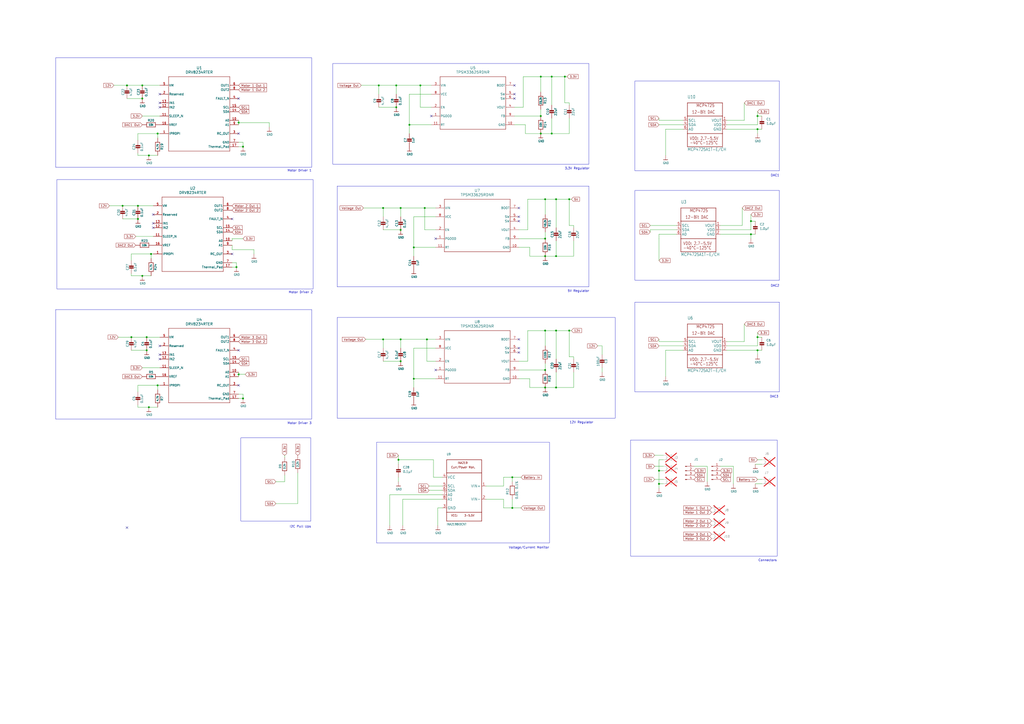
<source format=kicad_sch>
(kicad_sch (version 20250114) (generator "eeschema") (generator_version "9.0")
  (paper "A2")
  (rectangle (start 195.58 107.95) (end 341.63 166.37))
  (rectangle (start 195.58 184.15) (end 356.87 242.57))
  (rectangle (start 33.02 104.14) (end 181.61 167.64))
  (rectangle (start 32.258 33.528) (end 180.848 97.028))
  (rectangle (start 193.04 36.83) (end 341.63 95.25))
  (rectangle (start 368.3 110.49) (end 452.12 162.56))
  (rectangle (start 365.76 255.27) (end 450.85 322.58))
  (rectangle (start 139.7 254) (end 180.34 302.26))
  (rectangle (start 368.3 46.99) (end 452.12 99.06))
  (rectangle (start 368.3 175.26) (end 452.12 227.33))
  (rectangle (start 32.258 179.578) (end 180.848 243.078))
  (rectangle (start 218.44 256.54) (end 318.77 314.96))
  (text "Motor Driver 3\n\n\n" (at 173.736 247.65 0) (effects (font (size 1.27 1.27))))
  (text "Motor Driver 2\n\n" (at 174.498 170.688 0) (effects (font (size 1.27 1.27))))
  (text "I2C Pull Ups\n" (at 174.244 305.562 0) (effects (font (size 1.27 1.27))))
  (text "DAC1\n" (at 449.58 101.854 0) (effects (font (size 1.27 1.27))))
  (text "3.3V Regulator\n" (at 334.772 97.79 0) (effects (font (size 1.27 1.27))))
  (text "Motor Driver 1\n" (at 173.736 99.06 0) (effects (font (size 1.27 1.27))))
  (text "Voltage/Current Monitor\n" (at 306.832 317.754 0) (effects (font (size 1.27 1.27))))
  (text "DAC2\n\n" (at 449.58 166.878 0) (effects (font (size 1.27 1.27))))
  (text "Connectors\n" (at 445.262 325.12 0) (effects (font (size 1.27 1.27))))
  (text "5V Regulator\n" (at 335.534 168.91 0) (effects (font (size 1.27 1.27))))
  (text "12V Regulator\n" (at 337.312 245.11 0) (effects (font (size 1.27 1.27))))
  (text "DAC3\n\n" (at 449.072 231.14 0) (effects (font (size 1.27 1.27))))
  (junction (at 439.42 195.58))
  (junction (at 322.58 148.59))
  (junction (at 322.58 191.77))
  (junction (at 222.25 120.65))
  (junction (at 73.66 49.53))
  (junction (at 82.55 160.02))
  (junction (at 330.2 115.57))
  (junction (at 76.2 195.58))
  (junction (at 320.04 44.45))
  (junction (at 246.38 120.65))
  (junction (at 313.69 77.47))
  (junction (at 439.42 203.2))
  (junction (at 243.84 49.53))
  (junction (at 313.69 67.31))
  (junction (at 91.44 223.52))
  (junction (at 71.12 119.38))
  (junction (at 439.42 67.31))
  (junction (at 297.18 294.64))
  (junction (at 140.97 85.09))
  (junction (at 80.01 119.38))
  (junction (at 229.87 49.53))
  (junction (at 137.16 154.94))
  (junction (at 82.55 49.53))
  (junction (at 231.14 266.7))
  (junction (at 316.23 224.79))
  (junction (at 330.2 191.77))
  (junction (at 439.42 74.93))
  (junction (at 232.41 209.55))
  (junction (at 322.58 224.79))
  (junction (at 91.44 77.47))
  (junction (at 316.23 214.63))
  (junction (at 232.41 120.65))
  (junction (at 297.18 276.86))
  (junction (at 140.97 231.14))
  (junction (at 240.03 219.71))
  (junction (at 232.41 133.35))
  (junction (at 229.87 62.23))
  (junction (at 138.43 71.12))
  (junction (at 240.03 143.51))
  (junction (at 82.55 57.15))
  (junction (at 87.63 147.32))
  (junction (at 80.01 127))
  (junction (at 320.04 77.47))
  (junction (at 322.58 115.57))
  (junction (at 138.43 217.17))
  (junction (at 316.23 115.57))
  (junction (at 85.09 203.2))
  (junction (at 316.23 148.59))
  (junction (at 382.27 273.05))
  (junction (at 247.65 196.85))
  (junction (at 219.71 49.53))
  (junction (at 222.25 196.85))
  (junction (at 232.41 196.85))
  (junction (at 237.49 72.39))
  (junction (at 316.23 191.77))
  (junction (at 86.36 236.22))
  (junction (at 313.69 44.45))
  (junction (at 327.66 44.45))
  (junction (at 435.61 128.27))
  (junction (at 435.61 135.89))
  (junction (at 85.09 195.58))
  (junction (at 382.27 280.67))
  (junction (at 86.36 90.17))
  (junction (at 316.23 138.43))
  (no_connect (at 92.71 62.23))
  (no_connect (at 300.99 204.47))
  (no_connect (at 73.66 306.07))
  (no_connect (at 88.9 129.54))
  (no_connect (at 88.9 124.46))
  (no_connect (at 300.99 201.93))
  (no_connect (at 298.45 57.15))
  (no_connect (at 134.62 127))
  (no_connect (at 92.71 59.69))
  (no_connect (at 300.99 128.27))
  (no_connect (at 138.43 57.15))
  (no_connect (at 138.43 77.47))
  (no_connect (at 252.73 138.43))
  (no_connect (at 252.73 214.63))
  (no_connect (at 88.9 132.08))
  (no_connect (at 92.71 200.66))
  (no_connect (at 138.43 203.2))
  (no_connect (at 138.43 223.52))
  (no_connect (at 298.45 54.61))
  (no_connect (at 300.99 125.73))
  (no_connect (at 92.71 205.74))
  (no_connect (at 92.71 208.28))
  (no_connect (at 92.71 54.61))
  (no_connect (at 300.99 196.85))
  (no_connect (at 300.99 120.65))
  (no_connect (at 134.62 147.32))
  (no_connect (at 250.19 67.31))
  (no_connect (at 298.45 49.53))
  (wire (pts (xy 140.97 231.14) (xy 138.43 231.14)))
  (wire (pts (xy 251.46 266.7) (xy 231.14 266.7)) (stroke (width 0.1524)))
  (wire (pts (xy 82.55 213.36) (xy 92.71 213.36)))
  (wire (pts (xy 307.34 219.71) (xy 307.34 224.79)))
  (wire (pts (xy 80.01 236.22) (xy 86.36 236.22)))
  (wire (pts (xy 303.53 62.23) (xy 303.53 44.45)))
  (wire (pts (xy 256.54 289.56) (xy 233.68 289.56)) (stroke (width 0.1524)))
  (wire (pts (xy 386.08 203.2) (xy 386.08 218.44)) (stroke (width 0.1524)))
  (wire (pts (xy 322.58 148.59) (xy 316.23 148.59)))
  (wire (pts (xy 439.42 72.39) (xy 439.42 67.31)) (stroke (width 0.1524)))
  (wire (pts (xy 91.44 77.47) (xy 91.44 80.01)))
  (wire (pts (xy 140.97 82.55) (xy 140.97 85.09)))
  (wire (pts (xy 137.16 152.4) (xy 137.16 154.94)))
  (wire (pts (xy 237.49 72.39) (xy 237.49 77.47)))
  (wire (pts (xy 421.64 203.2) (xy 439.42 203.2)) (stroke (width 0.1524)))
  (wire (pts (xy 327.66 59.69) (xy 327.66 44.45)))
  (wire (pts (xy 76.2 160.02) (xy 82.55 160.02)))
  (wire (pts (xy 281.94 289.56) (xy 292.1 289.56)) (stroke (width 0.1524)))
  (wire (pts (xy 147.32 144.78) (xy 147.32 147.32)))
  (wire (pts (xy 421.64 198.12) (xy 431.8 198.12)) (stroke (width 0.1524)))
  (wire (pts (xy 332.74 207.01) (xy 330.2 207.01)))
  (wire (pts (xy 304.8 77.47) (xy 313.69 77.47)))
  (wire (pts (xy 292.1 276.86) (xy 297.18 276.86)) (stroke (width 0.1524)))
  (wire (pts (xy 382.27 138.43) (xy 382.27 151.13)))
  (wire (pts (xy 222.25 196.85) (xy 222.25 201.93)))
  (wire (pts (xy 382.27 198.12) (xy 396.24 198.12)) (stroke (width 0.1524)))
  (wire (pts (xy 441.96 203.2) (xy 439.42 203.2)) (stroke (width 0.1524)))
  (wire (pts (xy 302.26 276.86) (xy 297.18 276.86)) (stroke (width 0.1524)))
  (wire (pts (xy 435.61 135.89) (xy 435.61 138.43)) (stroke (width 0.1524)))
  (wire (pts (xy 421.64 200.66) (xy 439.42 200.66)) (stroke (width 0.1524)))
  (wire (pts (xy 165.1 275.59) (xy 165.1 279.4)))
  (wire (pts (xy 417.83 270.51) (xy 425.45 270.51)))
  (wire (pts (xy 332.74 215.9) (xy 332.74 224.79)))
  (wire (pts (xy 229.87 49.53) (xy 243.84 49.53)))
  (wire (pts (xy 410.21 270.51) (xy 410.21 279.4)))
  (wire (pts (xy 256.54 281.94) (xy 248.92 281.94)) (stroke (width 0.1524)))
  (wire (pts (xy 320.04 60.96) (xy 320.04 44.45)))
  (wire (pts (xy 439.42 203.2) (xy 439.42 205.74)) (stroke (width 0.1524)))
  (wire (pts (xy 92.71 223.52) (xy 91.44 223.52)))
  (wire (pts (xy 82.55 49.53) (xy 92.71 49.53)))
  (wire (pts (xy 322.58 115.57) (xy 330.2 115.57)))
  (wire (pts (xy 332.74 139.7) (xy 332.74 148.59)))
  (wire (pts (xy 332.74 130.81) (xy 330.2 130.81)))
  (wire (pts (xy 160.02 279.4) (xy 165.1 279.4)))
  (wire (pts (xy 417.83 133.35) (xy 435.61 133.35)) (stroke (width 0.1524)))
  (wire (pts (xy 254 294.64) (xy 254 304.8)) (stroke (width 0.1524)))
  (wire (pts (xy 233.68 289.56) (xy 233.68 304.8)) (stroke (width 0.1524)))
  (wire (pts (xy 252.73 209.55) (xy 247.65 209.55)))
  (wire (pts (xy 327.66 44.45) (xy 328.93 44.45)))
  (wire (pts (xy 78.74 137.16) (xy 88.9 137.16)))
  (wire (pts (xy 63.5 119.38) (xy 71.12 119.38)))
  (wire (pts (xy 320.04 68.58) (xy 320.04 77.47)))
  (wire (pts (xy 316.23 191.77) (xy 322.58 191.77)))
  (wire (pts (xy 82.55 67.31) (xy 92.71 67.31)))
  (wire (pts (xy 435.61 133.35) (xy 435.61 128.27)) (stroke (width 0.1524)))
  (wire (pts (xy 138.43 217.17) (xy 138.43 218.44)))
  (wire (pts (xy 298.45 67.31) (xy 313.69 67.31)))
  (wire (pts (xy 252.73 125.73) (xy 240.03 125.73)))
  (wire (pts (xy 396.24 74.93) (xy 386.08 74.93)) (stroke (width 0.1524)))
  (wire (pts (xy 330.2 77.47) (xy 320.04 77.47)))
  (wire (pts (xy 87.63 147.32) (xy 76.2 147.32)))
  (wire (pts (xy 297.18 294.64) (xy 302.26 294.64)) (stroke (width 0.1524)))
  (wire (pts (xy 140.97 85.09) (xy 138.43 85.09)))
  (wire (pts (xy 382.27 72.39) (xy 396.24 72.39)) (stroke (width 0.1524)))
  (wire (pts (xy 138.43 228.6) (xy 140.97 228.6)))
  (wire (pts (xy 439.42 195.58) (xy 439.42 193.04)) (stroke (width 0.1524)))
  (wire (pts (xy 73.66 57.15) (xy 82.55 57.15)))
  (wire (pts (xy 430.53 120.65) (xy 430.53 130.81)))
  (wire (pts (xy 243.84 62.23) (xy 243.84 49.53)))
  (wire (pts (xy 250.19 54.61) (xy 237.49 54.61)))
  (wire (pts (xy 232.41 196.85) (xy 247.65 196.85)))
  (wire (pts (xy 431.8 187.96) (xy 431.8 198.12)))
  (wire (pts (xy 250.19 62.23) (xy 243.84 62.23)))
  (wire (pts (xy 160.02 292.1) (xy 172.72 292.1)))
  (wire (pts (xy 313.69 67.31) (xy 313.69 63.5)))
  (wire (pts (xy 86.36 90.17) (xy 91.44 90.17)))
  (wire (pts (xy 71.12 127) (xy 80.01 127)))
  (wire (pts (xy 256.54 294.64) (xy 254 294.64)) (stroke (width 0.1524)))
  (wire (pts (xy 439.42 278.13) (xy 441.96 278.13)))
  (wire (pts (xy 240.03 201.93) (xy 240.03 219.71)))
  (wire (pts (xy 76.2 195.58) (xy 85.09 195.58)))
  (wire (pts (xy 87.63 147.32) (xy 87.63 149.86)))
  (wire (pts (xy 307.34 224.79) (xy 316.23 224.79)))
  (wire (pts (xy 138.43 71.12) (xy 156.21 71.12)))
  (wire (pts (xy 307.34 148.59) (xy 316.23 148.59)))
  (wire (pts (xy 402.59 270.51) (xy 410.21 270.51)))
  (wire (pts (xy 438.15 128.27) (xy 435.61 128.27)) (stroke (width 0.1524)))
  (wire (pts (xy 377.19 130.81) (xy 392.43 130.81)) (stroke (width 0.1524)))
  (wire (pts (xy 300.99 143.51) (xy 307.34 143.51)))
  (wire (pts (xy 417.83 135.89) (xy 435.61 135.89)) (stroke (width 0.1524)))
  (wire (pts (xy 382.27 200.66) (xy 396.24 200.66)) (stroke (width 0.1524)))
  (wire (pts (xy 330.2 68.58) (xy 330.2 77.47)))
  (wire (pts (xy 210.82 120.65) (xy 222.25 120.65)))
  (wire (pts (xy 92.71 77.47) (xy 91.44 77.47)))
  (wire (pts (xy 222.25 196.85) (xy 232.41 196.85)))
  (wire (pts (xy 240.03 219.71) (xy 252.73 219.71)))
  (wire (pts (xy 137.16 154.94) (xy 134.62 154.94)))
  (wire (pts (xy 382.27 273.05) (xy 382.27 280.67)))
  (wire (pts (xy 330.2 60.96) (xy 330.2 59.69)))
  (wire (pts (xy 246.38 133.35) (xy 246.38 120.65)))
  (wire (pts (xy 91.44 77.47) (xy 80.01 77.47)))
  (wire (pts (xy 300.99 138.43) (xy 316.23 138.43)))
  (wire (pts (xy 297.18 276.86) (xy 297.18 279.4)) (stroke (width 0.1524)))
  (wire (pts (xy 252.73 133.35) (xy 246.38 133.35)))
  (wire (pts (xy 229.87 49.53) (xy 229.87 54.61)))
  (wire (pts (xy 438.15 280.67) (xy 441.96 280.67)))
  (wire (pts (xy 382.27 280.67) (xy 384.81 280.67)))
  (wire (pts (xy 313.69 44.45) (xy 313.69 53.34)))
  (wire (pts (xy 386.08 74.93) (xy 386.08 90.17)) (stroke (width 0.1524)))
  (wire (pts (xy 330.2 115.57) (xy 331.47 115.57)))
  (wire (pts (xy 247.65 209.55) (xy 247.65 196.85)))
  (wire (pts (xy 330.2 191.77) (xy 331.47 191.77)))
  (wire (pts (xy 379.73 278.13) (xy 384.81 278.13)))
  (wire (pts (xy 138.43 217.17) (xy 138.43 215.9)))
  (wire (pts (xy 240.03 125.73) (xy 240.03 143.51)))
  (wire (pts (xy 298.45 62.23) (xy 303.53 62.23)))
  (wire (pts (xy 322.58 224.79) (xy 316.23 224.79)))
  (wire (pts (xy 382.27 69.85) (xy 396.24 69.85)) (stroke (width 0.1524)))
  (wire (pts (xy 421.64 72.39) (xy 439.42 72.39)) (stroke (width 0.1524)))
  (wire (pts (xy 237.49 54.61) (xy 237.49 72.39)))
  (wire (pts (xy 231.14 276.86) (xy 231.14 279.4)) (stroke (width 0.1524)))
  (wire (pts (xy 82.55 160.02) (xy 87.63 160.02)))
  (wire (pts (xy 439.42 200.66) (xy 439.42 195.58)) (stroke (width 0.1524)))
  (wire (pts (xy 438.15 135.89) (xy 435.61 135.89)) (stroke (width 0.1524)))
  (wire (pts (xy 134.62 144.78) (xy 147.32 144.78)))
  (wire (pts (xy 232.41 120.65) (xy 246.38 120.65)))
  (wire (pts (xy 313.69 44.45) (xy 320.04 44.45)))
  (wire (pts (xy 300.99 219.71) (xy 307.34 219.71)))
  (wire (pts (xy 421.64 74.93) (xy 439.42 74.93)) (stroke (width 0.1524)))
  (wire (pts (xy 300.99 209.55) (xy 306.07 209.55)))
  (wire (pts (xy 306.07 133.35) (xy 306.07 115.57)))
  (wire (pts (xy 297.18 294.64) (xy 297.18 289.56)) (stroke (width 0.1524)))
  (wire (pts (xy 396.24 203.2) (xy 386.08 203.2)) (stroke (width 0.1524)))
  (wire (pts (xy 219.71 49.53) (xy 229.87 49.53)))
  (wire (pts (xy 431.8 59.69) (xy 431.8 69.85)))
  (wire (pts (xy 292.1 281.94) (xy 292.1 276.86)) (stroke (width 0.1524)))
  (wire (pts (xy 435.61 128.27) (xy 435.61 124.46)) (stroke (width 0.1524)))
  (wire (pts (xy 86.36 236.22) (xy 91.44 236.22)))
  (wire (pts (xy 172.72 274.32) (xy 172.72 292.1)))
  (wire (pts (xy 300.99 214.63) (xy 316.23 214.63)))
  (wire (pts (xy 382.27 69.85) (xy 382.27 68.58)) (stroke (width 0.1524)))
  (wire (pts (xy 80.01 88.9) (xy 80.01 90.17)))
  (wire (pts (xy 441.96 195.58) (xy 439.42 195.58)) (stroke (width 0.1524)))
  (wire (pts (xy 165.1 265.43) (xy 165.1 264.16)))
  (wire (pts (xy 256.54 284.48) (xy 248.92 284.48)) (stroke (width 0.1524)))
  (wire (pts (xy 304.8 72.39) (xy 304.8 77.47)))
  (wire (pts (xy 138.43 71.12) (xy 138.43 69.85)))
  (wire (pts (xy 322.58 132.08) (xy 322.58 115.57)))
  (wire (pts (xy 382.27 135.89) (xy 382.27 138.43)) (stroke (width 0.1524)))
  (wire (pts (xy 441.96 67.31) (xy 439.42 67.31)) (stroke (width 0.1524)))
  (wire (pts (xy 71.12 119.38) (xy 80.01 119.38)))
  (wire (pts (xy 209.55 49.53) (xy 219.71 49.53)))
  (wire (pts (xy 68.58 195.58) (xy 76.2 195.58)))
  (wire (pts (xy 138.43 82.55) (xy 140.97 82.55)))
  (wire (pts (xy 382.27 266.7) (xy 382.27 273.05)))
  (wire (pts (xy 281.94 281.94) (xy 292.1 281.94)) (stroke (width 0.1524)))
  (wire (pts (xy 322.58 208.28) (xy 322.58 191.77)))
  (wire (pts (xy 320.04 44.45) (xy 327.66 44.45)))
  (wire (pts (xy 156.21 71.12) (xy 156.21 73.66)))
  (wire (pts (xy 439.42 67.31) (xy 439.42 64.77)) (stroke (width 0.1524)))
  (wire (pts (xy 222.25 209.55) (xy 232.41 209.55)))
  (wire (pts (xy 298.45 72.39) (xy 304.8 72.39)))
  (wire (pts (xy 134.62 138.43) (xy 134.62 139.7)))
  (wire (pts (xy 80.01 234.95) (xy 80.01 236.22)))
  (wire (pts (xy 421.64 69.85) (xy 431.8 69.85)) (stroke (width 0.1524)))
  (wire (pts (xy 80.01 77.47) (xy 80.01 81.28)))
  (wire (pts (xy 232.41 120.65) (xy 232.41 125.73)))
  (wire (pts (xy 384.81 266.7) (xy 382.27 266.7)))
  (wire (pts (xy 91.44 223.52) (xy 80.01 223.52)))
  (wire (pts (xy 306.07 191.77) (xy 316.23 191.77)))
  (wire (pts (xy 377.19 133.35) (xy 377.19 134.62)))
  (wire (pts (xy 306.07 115.57) (xy 316.23 115.57)))
  (wire (pts (xy 240.03 143.51) (xy 252.73 143.51)))
  (wire (pts (xy 73.66 49.53) (xy 82.55 49.53)))
  (wire (pts (xy 219.71 49.53) (xy 219.71 54.61)))
  (wire (pts (xy 80.01 119.38) (xy 88.9 119.38)))
  (wire (pts (xy 346.71 200.66) (xy 349.25 200.66)))
  (wire (pts (xy 332.74 208.28) (xy 332.74 207.01)))
  (wire (pts (xy 379.73 264.16) (xy 384.81 264.16)))
  (wire (pts (xy 212.09 196.85) (xy 222.25 196.85)))
  (wire (pts (xy 240.03 143.51) (xy 240.03 148.59)))
  (wire (pts (xy 316.23 115.57) (xy 322.58 115.57)))
  (wire (pts (xy 140.97 228.6) (xy 140.97 231.14)))
  (wire (pts (xy 237.49 72.39) (xy 250.19 72.39)))
  (wire (pts (xy 438.15 269.24) (xy 441.96 269.24)))
  (wire (pts (xy 316.23 115.57) (xy 316.23 124.46)))
  (wire (pts (xy 382.27 273.05) (xy 384.81 273.05)))
  (wire (pts (xy 425.45 270.51) (xy 425.45 280.67)))
  (wire (pts (xy 134.62 138.43) (xy 140.97 138.43)))
  (wire (pts (xy 332.74 148.59) (xy 322.58 148.59)))
  (wire (pts (xy 330.2 59.69) (xy 327.66 59.69)))
  (wire (pts (xy 91.44 223.52) (xy 91.44 226.06)))
  (wire (pts (xy 256.54 287.02) (xy 226.06 287.02)) (stroke (width 0.1524)))
  (wire (pts (xy 256.54 276.86) (xy 251.46 276.86)) (stroke (width 0.1524)))
  (wire (pts (xy 222.25 120.65) (xy 222.25 125.73)))
  (wire (pts (xy 316.23 191.77) (xy 316.23 200.66)))
  (wire (pts (xy 240.03 219.71) (xy 240.03 224.79)))
  (wire (pts (xy 76.2 203.2) (xy 85.09 203.2)))
  (wire (pts (xy 251.46 276.86) (xy 251.46 266.7)) (stroke (width 0.1524)))
  (wire (pts (xy 332.74 224.79) (xy 322.58 224.79)))
  (wire (pts (xy 138.43 217.17) (xy 142.24 217.17)))
  (wire (pts (xy 231.14 266.7) (xy 231.14 269.24)) (stroke (width 0.1524)))
  (wire (pts (xy 226.06 287.02) (xy 226.06 304.8)) (stroke (width 0.1524)))
  (wire (pts (xy 134.62 144.78) (xy 134.62 142.24)))
  (wire (pts (xy 322.58 191.77) (xy 330.2 191.77)))
  (wire (pts (xy 382.27 280.67) (xy 382.27 283.21)))
  (wire (pts (xy 232.41 196.85) (xy 232.41 201.93)))
  (wire (pts (xy 379.73 270.51) (xy 384.81 270.51)))
  (wire (pts (xy 307.34 143.51) (xy 307.34 148.59)))
  (wire (pts (xy 382.27 198.12) (xy 382.27 196.85)) (stroke (width 0.1524)))
  (wire (pts (xy 392.43 133.35) (xy 377.19 133.35)))
  (wire (pts (xy 222.25 120.65) (xy 232.41 120.65)))
  (wire (pts (xy 322.58 215.9) (xy 322.58 224.79)))
  (wire (pts (xy 80.01 223.52) (xy 80.01 227.33)))
  (wire (pts (xy 330.2 207.01) (xy 330.2 191.77)))
  (wire (pts (xy 316.23 138.43) (xy 316.23 134.62)))
  (wire (pts (xy 392.43 135.89) (xy 382.27 135.89)) (stroke (width 0.1524)))
  (wire (pts (xy 66.04 49.53) (xy 73.66 49.53)))
  (wire (pts (xy 332.74 132.08) (xy 332.74 130.81)))
  (wire (pts (xy 322.58 139.7) (xy 322.58 148.59)))
  (wire (pts (xy 247.65 196.85) (xy 252.73 196.85)))
  (wire (pts (xy 134.62 152.4) (xy 137.16 152.4)))
  (wire (pts (xy 349.25 200.66) (xy 349.25 205.74)))
  (wire (pts (xy 300.99 133.35) (xy 306.07 133.35)))
  (wire (pts (xy 246.38 120.65) (xy 252.73 120.65)))
  (wire (pts (xy 330.2 130.81) (xy 330.2 115.57)))
  (wire (pts (xy 88.9 147.32) (xy 87.63 147.32)))
  (wire (pts (xy 292.1 294.64) (xy 297.18 294.64)) (stroke (width 0.1524)))
  (wire (pts (xy 85.09 195.58) (xy 92.71 195.58)))
  (wire (pts (xy 243.84 49.53) (xy 250.19 49.53)))
  (wire (pts (xy 222.25 133.35) (xy 232.41 133.35)))
  (wire (pts (xy 292.1 289.56) (xy 292.1 294.64)) (stroke (width 0.1524)))
  (wire (pts (xy 320.04 77.47) (xy 313.69 77.47)))
  (wire (pts (xy 76.2 158.75) (xy 76.2 160.02)))
  (wire (pts (xy 306.07 209.55) (xy 306.07 191.77)))
  (wire (pts (xy 439.42 74.93) (xy 439.42 77.47)) (stroke (width 0.1524)))
  (wire (pts (xy 417.83 130.81) (xy 430.53 130.81)) (stroke (width 0.1524)))
  (wire (pts (xy 219.71 62.23) (xy 229.87 62.23)))
  (wire (pts (xy 138.43 71.12) (xy 138.43 72.39)))
  (wire (pts (xy 349.25 213.36) (xy 349.25 215.9)))
  (wire (pts (xy 303.53 44.45) (xy 313.69 44.45)))
  (wire (pts (xy 76.2 147.32) (xy 76.2 151.13)))
  (wire (pts (xy 439.42 266.7) (xy 441.96 266.7)))
  (wire (pts (xy 80.01 90.17) (xy 86.36 90.17)))
  (wire (pts (xy 441.96 74.93) (xy 439.42 74.93)) (stroke (width 0.1524)))
  (wire (pts (xy 252.73 201.93) (xy 240.03 201.93)))
  (wire (pts (xy 316.23 214.63) (xy 316.23 210.82)))
  (wire (pts (xy 231.14 264.16) (xy 231.14 266.7)) (stroke (width 0.1524)))
  (global_label "3.3V" (shape input) (at 172.72 264.16 90) (property "Intersheetrefs" "${INTERSHEET_REFS}" (effects (hide yes))))
  (global_label "Motor 1 Out 1" (shape input) (at 412.75 294.64 180) (property "Intersheetrefs" "${INTERSHEET_REFS}" (effects (hide yes))))
  (global_label "Motor 3 Out 2" (shape input) (at 138.43 198.12 0) (property "Intersheetrefs" "${INTERSHEET_REFS}" (effects (hide yes))))
  (global_label "SCL" (shape input) (at 382.27 196.85 180) (property "Intersheetrefs" "${INTERSHEET_REFS}" (effects (hide yes))))
  (global_label "SDA" (shape input) (at 417.83 275.59 0) (property "Intersheetrefs" "${INTERSHEET_REFS}" (effects (hide yes))))
  (global_label "SCL" (shape input) (at 382.27 68.58 180) (property "Intersheetrefs" "${INTERSHEET_REFS}" (effects (hide yes))))
  (global_label "SCL" (shape input) (at 134.62 132.08 0) (property "Intersheetrefs" "${INTERSHEET_REFS}" (effects (hide yes))))
  (global_label "DAC3 Out" (shape input) (at 82.55 218.44 180) (property "Intersheetrefs" "${INTERSHEET_REFS}" (effects (hide yes))))
  (global_label "SDA" (shape input) (at 138.43 64.77 0) (property "Intersheetrefs" "${INTERSHEET_REFS}" (effects (hide yes))))
  (global_label "3.3V" (shape input) (at 379.73 264.16 180) (property "Intersheetrefs" "${INTERSHEET_REFS}" (effects (hide yes))))
  (global_label "DAC3 Out" (shape input) (at 431.8 187.96 0) (property "Intersheetrefs" "${INTERSHEET_REFS}" (effects (hide yes))))
  (global_label "12V" (shape input) (at 379.73 278.13 180) (property "Intersheetrefs" "${INTERSHEET_REFS}" (effects (hide yes))))
  (global_label "SDA" (shape input) (at 402.59 275.59 0) (property "Intersheetrefs" "${INTERSHEET_REFS}" (effects (hide yes))))
  (global_label "Motor 3 Out 1" (shape input) (at 138.43 195.58 0) (property "Intersheetrefs" "${INTERSHEET_REFS}" (effects (hide yes))))
  (global_label "SDA" (shape input) (at 382.27 200.66 180) (property "Intersheetrefs" "${INTERSHEET_REFS}" (effects (hide yes))))
  (global_label "SDA" (shape input) (at 382.27 72.39 180) (property "Intersheetrefs" "${INTERSHEET_REFS}" (effects (hide yes))))
  (global_label "SDA" (shape input) (at 160.02 292.1 180) (property "Intersheetrefs" "${INTERSHEET_REFS}" (effects (hide yes))))
  (global_label "12V" (shape input) (at 63.5 119.38 180) (property "Intersheetrefs" "${INTERSHEET_REFS}" (effects (hide yes))))
  (global_label "3.3V" (shape input) (at 140.97 138.43 0) (property "Intersheetrefs" "${INTERSHEET_REFS}" (effects (hide yes))))
  (global_label "Motor 1 Out 2" (shape input) (at 412.75 297.18 180) (property "Intersheetrefs" "${INTERSHEET_REFS}" (effects (hide yes))))
  (global_label "3.3V" (shape input) (at 382.27 151.13 0) (property "Intersheetrefs" "${INTERSHEET_REFS}" (effects (hide yes))))
  (global_label "SDA" (shape input) (at 138.43 210.82 0) (property "Intersheetrefs" "${INTERSHEET_REFS}" (effects (hide yes))))
  (global_label "3.3V" (shape input) (at 78.74 137.16 180) (property "Intersheetrefs" "${INTERSHEET_REFS}" (effects (hide yes))))
  (global_label "DAC1 Out" (shape input) (at 82.55 72.39 180) (property "Intersheetrefs" "${INTERSHEET_REFS}" (effects (hide yes))))
  (global_label "Motor 1 Out 2" (shape input) (at 138.43 52.07 0) (property "Intersheetrefs" "${INTERSHEET_REFS}" (effects (hide yes))))
  (global_label "12V" (shape input) (at 66.04 49.53 180) (property "Intersheetrefs" "${INTERSHEET_REFS}" (effects (hide yes))))
  (global_label "SDA" (shape input) (at 377.19 134.62 180) (property "Intersheetrefs" "${INTERSHEET_REFS}" (effects (hide yes))))
  (global_label "5V" (shape input) (at 379.73 270.51 180) (property "Intersheetrefs" "${INTERSHEET_REFS}" (effects (hide yes))))
  (global_label "DAC1 Out" (shape input) (at 431.8 59.69 0) (property "Intersheetrefs" "${INTERSHEET_REFS}" (effects (hide yes))))
  (global_label "Motor 2 Out 1" (shape input) (at 134.62 119.38 0) (property "Intersheetrefs" "${INTERSHEET_REFS}" (effects (hide yes))))
  (global_label "SCL" (shape input) (at 138.43 62.23 0) (property "Intersheetrefs" "${INTERSHEET_REFS}" (effects (hide yes))))
  (global_label "SCL" (shape input) (at 248.92 281.94 180) (property "Intersheetrefs" "${INTERSHEET_REFS}" (effects (hide yes))))
  (global_label "SDA" (shape input) (at 134.62 134.62 0) (property "Intersheetrefs" "${INTERSHEET_REFS}" (effects (hide yes))))
  (global_label "3.3V" (shape input) (at 82.55 67.31 180) (property "Intersheetrefs" "${INTERSHEET_REFS}" (effects (hide yes))))
  (global_label "SCL" (shape input) (at 417.83 278.13 0) (property "Intersheetrefs" "${INTERSHEET_REFS}" (effects (hide yes))))
  (global_label "3.3V" (shape input) (at 82.55 213.36 180) (property "Intersheetrefs" "${INTERSHEET_REFS}" (effects (hide yes))))
  (global_label "Motor 2 Out 2" (shape input) (at 412.75 304.8 180) (property "Intersheetrefs" "${INTERSHEET_REFS}" (effects (hide yes))))
  (global_label "3.3V" (shape input) (at 231.14 264.16 180) (property "Intersheetrefs" "${INTERSHEET_REFS}" (effects (hide yes))))
  (global_label "12V" (shape input) (at 68.58 195.58 180) (property "Intersheetrefs" "${INTERSHEET_REFS}" (effects (hide yes))))
  (global_label "Motor 3 Out 1" (shape input) (at 412.75 309.88 180) (property "Intersheetrefs" "${INTERSHEET_REFS}" (effects (hide yes))))
  (global_label "SCL" (shape input) (at 402.59 278.13 0) (property "Intersheetrefs" "${INTERSHEET_REFS}" (effects (hide yes))))
  (global_label "SCL" (shape input) (at 138.43 208.28 0) (property "Intersheetrefs" "${INTERSHEET_REFS}" (effects (hide yes))))
  (global_label "5V" (shape input) (at 331.47 115.57 0) (property "Intersheetrefs" "${INTERSHEET_REFS}" (effects (hide yes))))
  (global_label "3.3V" (shape input) (at 435.61 124.46 0) (property "Intersheetrefs" "${INTERSHEET_REFS}" (effects (hide yes))))
  (global_label "3.3V" (shape input) (at 165.1 264.16 90) (property "Intersheetrefs" "${INTERSHEET_REFS}" (effects (hide yes))))
  (global_label "SDA" (shape input) (at 248.92 284.48 180) (property "Intersheetrefs" "${INTERSHEET_REFS}" (effects (hide yes))))
  (global_label "5V" (shape input) (at 439.42 266.7 180) (property "Intersheetrefs" "${INTERSHEET_REFS}" (effects (hide yes))))
  (global_label "SCL" (shape input) (at 377.19 130.81 180) (property "Intersheetrefs" "${INTERSHEET_REFS}" (effects (hide yes))))
  (global_label "Battery In" (shape input) (at 439.42 278.13 180) (property "Intersheetrefs" "${INTERSHEET_REFS}" (effects (hide yes))))
  (global_label "12V" (shape input) (at 331.47 191.77 0) (property "Intersheetrefs" "${INTERSHEET_REFS}" (effects (hide yes))))
  (global_label "3.3V" (shape input) (at 142.24 217.17 0) (property "Intersheetrefs" "${INTERSHEET_REFS}" (effects (hide yes))))
  (global_label "Voltage Out" (shape input) (at 212.09 196.85 180) (property "Intersheetrefs" "${INTERSHEET_REFS}" (effects (hide yes))))
  (global_label "DAC2 Out" (shape input) (at 430.53 120.65 0) (property "Intersheetrefs" "${INTERSHEET_REFS}" (effects (hide yes))))
  (global_label "3.3V" (shape input) (at 402.59 273.05 0) (property "Intersheetrefs" "${INTERSHEET_REFS}" (effects (hide yes))))
  (global_label "Motor 2 Out 1" (shape input) (at 412.75 302.26 180) (property "Intersheetrefs" "${INTERSHEET_REFS}" (effects (hide yes))))
  (global_label "Voltage Out" (shape input) (at 210.82 120.65 180) (property "Intersheetrefs" "${INTERSHEET_REFS}" (effects (hide yes))))
  (global_label "Battery In" (shape input) (at 302.26 276.86 0) (property "Intersheetrefs" "${INTERSHEET_REFS}" (effects (hide yes))))
  (global_label "3.3V" (shape input) (at 328.93 44.45 0) (property "Intersheetrefs" "${INTERSHEET_REFS}" (effects (hide yes))))
  (global_label "3.3V" (shape input) (at 417.83 273.05 0) (property "Intersheetrefs" "${INTERSHEET_REFS}" (effects (hide yes))))
  (global_label "Motor 1 Out 1" (shape input) (at 138.43 49.53 0) (property "Intersheetrefs" "${INTERSHEET_REFS}" (effects (hide yes))))
  (global_label "Voltage Out" (shape input) (at 302.26 294.64 0) (property "Intersheetrefs" "${INTERSHEET_REFS}" (effects (hide yes))))
  (global_label "SCL" (shape input) (at 160.02 279.4 180) (property "Intersheetrefs" "${INTERSHEET_REFS}" (effects (hide yes))))
  (global_label "Voltage Out" (shape input) (at 209.55 49.53 180) (property "Intersheetrefs" "${INTERSHEET_REFS}" (effects (hide yes))))
  (global_label "Motor 3 Out 2" (shape input) (at 412.75 312.42 180) (property "Intersheetrefs" "${INTERSHEET_REFS}" (effects (hide yes))))
  (global_label "3.3V" (shape input) (at 439.42 64.77 0) (property "Intersheetrefs" "${INTERSHEET_REFS}" (effects (hide yes))))
  (global_label "12V" (shape input) (at 346.71 200.66 180) (property "Intersheetrefs" "${INTERSHEET_REFS}" (effects (hide yes))))
  (global_label "Motor 2 Out 2" (shape input) (at 134.62 121.92 0) (property "Intersheetrefs" "${INTERSHEET_REFS}" (effects (hide yes))))
  (global_label "DAC2 Out" (shape input) (at 78.74 142.24 180) (property "Intersheetrefs" "${INTERSHEET_REFS}" (effects (hide yes))))
  (global_label "3.3V" (shape input) (at 439.42 193.04 0) (property "Intersheetrefs" "${INTERSHEET_REFS}" (effects (hide yes))))
  (symbol (lib_id "MotorDriverBreakoutLib:GND") (at 386.08 220.98 0) (unit 1)
    (property "Reference" "#U$011" (effects (hide yes)))
    (property "Value" "GND" (at 384.556 223.52 0) (effects (font (size 1.27 1.0795)) (justify left bottom)))
  )
  (symbol (lib_id "Connector:Conn_01x04_Pin") (at 412.75 273.05 0) (unit 1)
    (property "Reference" "J2" (at 418.084 266.7 0))
    (property "Value" "JST SH 4 pin" (effects (hide yes)))
    (property "Footprint" "SM04B_SRSS_TB:CONN_SM04B-SRSS-TB_JST" (effects (hide yes)))
    (property "Description" "Generic connector, single row, 01x04, script generated" (effects (hide yes)))
    (property "Vendor" "DigiKey" (effects (hide yes)))
    (property "MPN" "SM04B-SRSS-TB" (effects (hide yes)))
    (property "Manufacturer" "JST Sales America Inc." (effects (hide yes)))
    (property "VPN" "455-SM04B-SRSS-TBCT-ND" (effects (hide yes)))
  )
  (symbol (lib_id "MotorDriverBreakoutLib:DAC_MCP4725") (at 408.94 72.39 0) (unit 1)
    (property "Reference" "U10" (at 398.78 57.15 0) (effects (font (size 1.778 1.5113)) (justify left bottom)))
    (property "Value" "MCP4725A1T-E/CH" (at 398.78 87.63 0) (effects (font (size 1.778 1.5113)) (justify left bottom)))
    (property "Footprint" "MCP4725A1T_E_CH:SOT-23-6_MC_MCH" (effects (hide yes)))
    (property "Vendor" "DigiKey" (effects (hide yes)))
    (property "MPN" "MCP4725A1T-E/CH" (effects (hide yes)))
    (property "Manufacturer" "Microchip Technology" (effects (hide yes)))
    (property "VPN" "MCP4725A1T-E/CHCT-ND" (effects (hide yes)))
  )
  (symbol (lib_id "MotorDriverBreakoutLib:GND") (at 439.42 208.28 0) (unit 1)
    (property "Reference" "#U$012" (effects (hide yes)))
    (property "Value" "GND" (at 437.896 210.82 0) (effects (font (size 1.27 1.0795)) (justify left bottom)))
  )
  (symbol (lib_id "MotorDriverBreakoutLib:GND") (at 410.21 281.94 0) (unit 1)
    (property "Reference" "#U$09" (effects (hide yes)))
    (property "Value" "GND" (at 408.686 284.48 0) (effects (font (size 1.27 1.0795)) (justify left bottom)))
  )
  (symbol (lib_id "MotorDriverBreakoutLib:CAP_CERAMIC0805-NOOUTLINE") (at 76.2 156.21 0) (unit 1)
    (property "Reference" "C27" (at 73.91 154.96 90))
    (property "Value" "0.1uF" (at 78.5 154.96 90))
    (property "Footprint" "Resistor_SMD:R_0603_1608Metric" (effects (hide yes)))
    (property "Vendor" "DigiKey" (effects (hide yes)))
    (property "MPN" "C0603C104K3RACTU" (effects (hide yes)))
    (property "Manufacturer" "KEMET" (effects (hide yes)))
    (property "VPN" "399-C0603C104K3RACTUCT-ND" (effects (hide yes)))
  )
  (symbol (lib_id "MotorDriverBreakoutLib:GND") (at 237.49 87.63 0) (unit 1)
    (property "Reference" "#U$015" (effects (hide yes)))
    (property "Value" "GND" (at 235.966 90.17 0) (effects (font (size 1.27 1.0795)) (justify left bottom)))
  )
  (symbol (lib_id "MotorDriverBreakoutLib:GND") (at 86.36 92.71 0) (unit 1)
    (property "Reference" "#U$031" (effects (hide yes)))
    (property "Value" "GND" (at 84.836 95.25 0) (effects (font (size 1.27 1.0795)) (justify left bottom)))
  )
  (symbol (lib_id "MotorDriverBreakoutLib:RESISTOR_0603_NOOUT") (at 87.63 218.44 0) (unit 1)
    (property "Reference" "R5" (at 87.63 215.9 0))
    (property "Value" "10k" (at 87.63 218.44 0) (effects (font (size 1.016 1.016) (thickness 0.2032) (bold yes))))
    (property "Footprint" "Resistor_SMD:R_0603_1608Metric" (effects (hide yes)))
    (property "Vendor" "DigiKey" (effects (hide yes)))
    (property "MPN" "RC0603FR-0710KL" (effects (hide yes)))
    (property "Manufacturer" "YAGEO" (effects (hide yes)))
    (property "VPN" "311-10.0KHRCT-ND" (effects (hide yes)))
  )
  (symbol (lib_name "DRV8234RTER_1") (lib_id "MotorDriverBreakoutLib:DRV8234RTER") (at 92.71 49.53 0) (unit 1)
    (property "Reference" "U1" (at 115.57 39.37 0) (effects (font (size 1.524 1.524))))
    (property "Value" "DRV8234RTER" (at 115.57 41.91 0) (effects (font (size 1.524 1.524))))
    (property "Footprint" "DRV8234RTER:RTE0016C-IPC_A" (effects (hide yes)))
    (property "Datasheet" "https://www.ti.com/lit/gpn/drv8234" (effects (hide yes)))
    (property "Vendor" "DigiKey" (effects (hide yes)))
    (property "MPN" "DRV8234RTER" (effects (hide yes)))
    (property "Manufacturer" "Texas Instruments" (effects (hide yes)))
    (property "VPN" "296-DRV8234RTERCT-ND" (effects (hide yes)))
  )
  (symbol (lib_id "MotorDriverBreakoutLib:DAC_MCP4725") (at 408.94 200.66 0) (unit 1)
    (property "Reference" "U6" (at 398.78 185.42 0) (effects (font (size 1.778 1.5113)) (justify left bottom)))
    (property "Value" "MCP4725A2T-E/CH" (at 398.78 215.9 0) (effects (font (size 1.778 1.5113)) (justify left bottom)))
    (property "Footprint" "MCP4725A2T_E_CH:SOT-23-6_MC_MCH" (effects (hide yes)))
    (property "Manufacturer" "Microchip Technology" (effects (hide yes)))
    (property "MPN" "MCP4725A2T-E/CH" (effects (hide yes)))
    (property "Vendor" "DigiKey" (effects (hide yes)))
    (property "VPN" "MCP4725A2T-E/CHCT-ND" (effects (hide yes)))
  )
  (symbol (lib_id "MotorDriverBreakoutLib:GND") (at 232.41 135.89 0) (unit 1)
    (property "Reference" "#U$024" (effects (hide yes)))
    (property "Value" "GND" (at 230.886 138.43 0) (effects (font (size 1.27 1.0795)) (justify left bottom)))
  )
  (symbol (lib_id "Connector:Conn_01x02_Socket") (at 389.89 264.16 0) (unit 1) (dnp yes)
    (property "Reference" "J3" (at 390.906 265.43 0) (effects (justify left)))
    (property "Value" "Conn_01x02_Socket" (effects (hide yes)))
    (property "Footprint" "Connector_PinSocket_2.00mm:PinSocket_1x02_P2.00mm_Vertical" (effects (hide yes)))
    (property "Description" "Generic connector, single row, 01x02, script generated" (effects (hide yes)))
    (property "Vendor" "DigiKey" (effects (hide yes)))
  )
  (symbol (lib_id "MotorDriverBreakoutLib:CAP_CERAMIC0805-NOOUTLINE") (at 232.41 207.01 0) (mirror y) (unit 1)
    (property "Reference" "C18" (at 234.7 205.76 90))
    (property "Value" "0.1uF" (at 230.11 205.76 90))
    (property "Footprint" "Resistor_SMD:R_0603_1608Metric" (effects (hide yes)))
    (property "Datasheet" "https://www.digikey.com/en/products/detail/kemet/C0603C104K3RACTU/416044" (effects (hide yes)))
    (property "Vendor" "DigiKey" (effects (hide yes)))
    (property "MPN" "C0603C104K3RACTU" (effects (hide yes)))
    (property "Manufacturer" "KEMET" (effects (hide yes)))
    (property "VPN" "399-C0603C104K3RACTUCT-ND" (effects (hide yes)))
  )
  (symbol (lib_id "MotorDriverBreakoutLib:CAP_CERAMIC0805-NOOUTLINE") (at 322.58 137.16 0) (unit 1)
    (property "Reference" "C15" (at 320.29 135.91 90))
    (property "Value" "22uF" (at 324.88 135.91 90))
    (property "Footprint" "CL32B226KAJNNNE:CAPC3225X270N" (effects (hide yes)))
    (property "Vendor" "DigiKey" (effects (hide yes)))
    (property "MPN" "CL32B226KAJNNNE" (effects (hide yes)))
    (property "Manufacturer" "Samsung Electro-Mechanics" (effects (hide yes)))
    (property "VPN" "1276-3392-1-ND" (effects (hide yes)))
  )
  (symbol (lib_id "MotorDriverBreakoutLib:GND") (at 382.27 285.75 0) (unit 1)
    (property "Reference" "#U$01" (effects (hide yes)))
    (property "Value" "GND" (at 380.746 288.29 0) (effects (font (size 1.27 1.0795)) (justify left bottom)))
  )
  (symbol (lib_id "MotorDriverBreakoutLib:INA219") (at 269.24 284.48 0) (unit 1)
    (property "Reference" "U9" (at 259.08 264.16 0) (effects (font (size 1.27 1.0795)) (justify left bottom)))
    (property "Value" "INA219BIDCNT" (at 259.08 304.8 0) (effects (font (size 1.27 1.0795)) (justify left bottom)))
    (property "Footprint" "INA219BIDCNT:SOT65P280X145-8N" (effects (hide yes)))
    (property "VPN" "296-27898-1-ND" (effects (hide yes)))
    (property "Vendor" "DigiKey" (effects (hide yes)))
    (property "MPN" "INA219BIDCNT" (effects (hide yes)))
    (property "Manufacturer" "Texas Instruments" (effects (hide yes)))
  )
  (symbol (lib_id "MotorDriverBreakoutLib:GND") (at 438.15 271.78 0) (unit 1)
    (property "Reference" "#U$016" (effects (hide yes)))
    (property "Value" "GND" (at 436.626 274.32 0) (effects (font (size 1.27 1.0795)) (justify left bottom)))
  )
  (symbol (lib_id "Connector:Conn_01x02_Socket") (at 447.04 278.13 0) (unit 1) (dnp yes)
    (property "Reference" "J7" (at 443.484 274.32 0) (effects (justify left)))
    (property "Value" "Conn_01x02_Socket" (effects (hide yes)))
    (property "Footprint" "Connector_PinSocket_2.00mm:PinSocket_1x02_P2.00mm_Vertical" (effects (hide yes)))
    (property "Description" "Generic connector, single row, 01x02, script generated" (effects (hide yes)))
    (property "Vendor" "DigiKey" (effects (hide yes)))
  )
  (symbol (lib_id "MotorDriverBreakoutLib:CAP_CERAMIC0805-NOOUTLINE") (at 219.71 59.69 0) (unit 1)
    (property "Reference" "C9" (at 217.42 58.44 90))
    (property "Value" "4.7uF" (at 222.01 58.44 90))
    (property "Footprint" "Resistor_SMD:R_0805_2012Metric" (effects (hide yes)))
    (property "Datasheet" "https://www.digikey.com/en/products/detail/nextgen-components/0805B475K250CC/22601895?s=N4IgjCBcpgLFoDGUBmBDANgZwKYBoQB7KAbXAFYBOAJlgHYQBdAgBwBcoQBlNgJwEsAdgHMQAXwJgG0EMkjps%2BIqRCxqtMOSasOkbnyGiJIagAZYlBLNSZcBYpDKwAdHQAEAVoBi2kO04AqoL8bADyKACyOGhYAK68OOIEALTwMnIKdsqOIJRgAGymDIzGydRWcnyxSg5kWiXG5TkudLE%2BJUA" (effects (hide yes)))
    (property "Vendor" "DigiKey" (effects (hide yes)))
    (property "MPN" "TMK212AB7475KG-T" (effects (hide yes)))
    (property "Manufacturer" "Taiyo Yuden" (effects (hide yes)))
    (property "VPN" "587-2990-1-ND" (effects (hide yes)))
  )
  (symbol (lib_id "MotorDriverBreakoutLib:GND") (at 137.16 157.48 0) (unit 1)
    (property "Reference" "#U$035" (effects (hide yes)))
    (property "Value" "GND" (at 135.636 160.02 0) (effects (font (size 1.27 1.0795)) (justify left bottom)))
  )
  (symbol (lib_id "MotorDriverBreakoutLib:TPSM33625RDNR") (at 252.73 196.85 0) (unit 1)
    (property "Reference" "U8" (at 276.86 186.69 0) (effects (font (size 1.524 1.524))))
    (property "Value" "TPSM33625RDNR" (at 276.86 189.23 0) (effects (font (size 1.524 1.524))))
    (property "Footprint" "TPSM33625RDNR:RDN0011A-MFG" (effects (hide yes)))
    (property "Datasheet" "https://www.ti.com/lit/gpn/tpsm33625" (effects (hide yes)))
    (property "Vendor" "DigiKey" (effects (hide yes)))
    (property "MPN" "TPSM33625RDNR" (effects (hide yes)))
    (property "Manufacturer" "Texas Instruments" (effects (hide yes)))
    (property "VPN" "296-TPSM33625RDNRCT-ND" (effects (hide yes)))
  )
  (symbol (lib_id "MotorDriverBreakoutLib:GND") (at 438.15 283.21 0) (unit 1)
    (property "Reference" "#U$014" (effects (hide yes)))
    (property "Value" "GND" (at 436.626 285.75 0) (effects (font (size 1.27 1.0795)) (justify left bottom)))
  )
  (symbol (lib_id "MotorDriverBreakoutLib:GND") (at 232.41 212.09 0) (unit 1)
    (property "Reference" "#U$027" (effects (hide yes)))
    (property "Value" "GND" (at 230.886 214.63 0) (effects (font (size 1.27 1.0795)) (justify left bottom)))
  )
  (symbol (lib_id "MotorDriverBreakoutLib:CAP_CERAMIC0805-NOOUTLINE") (at 80.01 124.46 0) (unit 1)
    (property "Reference" "C31" (at 77.72 123.21 90))
    (property "Value" "0.1uF" (at 82.31 123.21 90))
    (property "Footprint" "Resistor_SMD:R_0603_1608Metric" (effects (hide yes)))
    (property "Datasheet" "https://www.digikey.com/en/products/detail/kemet/C0603C104K3RACTU/416044" (effects (hide yes)))
    (property "Vendor" "DigiKey" (effects (hide yes)))
    (property "MPN" "C0603C104K3RACTU" (effects (hide yes)))
    (property "Manufacturer" "KEMET" (effects (hide yes)))
    (property "VPN" "399-C0603C104K3RACTUCT-ND" (effects (hide yes)))
  )
  (symbol (lib_id "MotorDriverBreakoutLib:RESISTOR_0603_NOOUT") (at 87.63 154.94 270) (unit 1)
    (property "Reference" "R24" (at 90.17 154.94 0))
    (property "Value" "4.7k" (at 87.63 154.94 0) (effects (font (size 1.016 1.016) (thickness 0.2032) (bold yes))))
    (property "Footprint" "Resistor_SMD:R_0603_1608Metric" (effects (hide yes)))
    (property "Vendor" "DigiKey" (effects (hide yes)))
    (property "MPN" "CR0603-JW-472ELF" (effects (hide yes)))
    (property "Manufacturer" "Bourns Inc." (effects (hide yes)))
    (property "VPN" "CR0603-JW-472ELFCT-ND" (effects (hide yes)))
  )
  (symbol (lib_id "MotorDriverBreakoutLib:CAP_CERAMIC0805-NOOUTLINE") (at 349.25 210.82 0) (mirror y) (unit 1)
    (property "Reference" "C3" (at 351.54 209.57 90))
    (property "Value" "100uF" (at 346.95 209.57 90))
    (property "Footprint" "EEH-ZA1H101P:PCAP_EEHZ_G_PAN-L" (effects (hide yes)))
    (property "Vendor" "DigiKey" (effects (hide yes)))
    (property "MPN" "EEH-ZA1H101P" (effects (hide yes)))
    (property "Manufacturer" "Panasonic Electronic Components" (effects (hide yes)))
    (property "VPN" "P15442CT-ND" (effects (hide yes)))
  )
  (symbol (lib_id "MotorDriverBreakoutLib:DAC_MCP4725") (at 405.13 133.35 0) (unit 1)
    (property "Reference" "U3" (at 394.97 118.11 0) (effects (font (size 1.778 1.5113)) (justify left bottom)))
    (property "Value" "MCP4725A1T-E/CH" (at 394.97 148.59 0) (effects (font (size 1.778 1.5113)) (justify left bottom)))
    (property "Footprint" "MCP4725A1T_E_CH:SOT-23-6_MC_MCH" (effects (hide yes)))
    (property "Vendor" "DigiKey" (effects (hide yes)))
    (property "MPN" "MCP4725A1T-E/CH" (effects (hide yes)))
    (property "Manufacturer" "Microchip Technology" (effects (hide yes)))
    (property "VPN" "MCP4725A1T-E/CHCT-ND" (effects (hide yes)))
  )
  (symbol (lib_id "MotorDriverBreakoutLib:GND") (at 439.42 80.01 0) (unit 1)
    (property "Reference" "#U$3" (effects (hide yes)))
    (property "Value" "GND" (at 437.896 82.55 0) (effects (font (size 1.27 1.0795)) (justify left bottom)))
  )
  (symbol (lib_id "MotorDriverBreakoutLib:RESISTOR_0603_NOOUT") (at 91.44 231.14 270) (unit 1)
    (property "Reference" "R7" (at 93.98 231.14 0))
    (property "Value" "4.7k" (at 91.44 231.14 0) (effects (font (size 1.016 1.016) (thickness 0.2032) (bold yes))))
    (property "Footprint" "Resistor_SMD:R_0603_1608Metric" (effects (hide yes)))
    (property "Vendor" "DigiKey" (effects (hide yes)))
    (property "MPN" "CR0603-JW-472ELF" (effects (hide yes)))
    (property "Manufacturer" "Bourns Inc." (effects (hide yes)))
    (property "VPN" "CR0603-JW-472ELFCT-ND" (effects (hide yes)))
  )
  (symbol (lib_id "MotorDriverBreakoutLib:CAP_CERAMIC0805") (at 438.15 133.35 0) (unit 1)
    (property "Reference" "C2" (at 440.69 130.81 0) (effects (justify left bottom)))
    (property "Value" "1.0µF" (at 440.69 133.35 0) (effects (justify left bottom)))
    (property "Footprint" "Resistor_SMD:R_0603_1608Metric" (effects (hide yes)))
    (property "MPN" "CL10B105KP8NNNC" (effects (hide yes)))
    (property "Manufacturer" "Samsung Electro-Mechanics" (effects (hide yes)))
    (property "VPN" "1276-1946-1-ND" (effects (hide yes)))
    (property "Vendor" "DigiKey" (effects (hide yes)))
  )
  (symbol (lib_id "MotorDriverBreakoutLib:RESISTOR_0603_NOOUT") (at 172.72 269.24 90) (unit 1)
    (property "Reference" "R10" (at 170.18 269.24 0))
    (property "Value" "2.2k" (at 172.72 269.24 0) (effects (font (size 1.016 1.016) (thickness 0.2032) (bold yes))))
    (property "Footprint" "Resistor_SMD:R_0603_1608Metric" (effects (hide yes)))
    (property "Vendor" "DigiKey" (effects (hide yes)))
    (property "Manufacturer" "Bourns Inc." (effects (hide yes)))
    (property "VPN" "118-CR0603-FX-2201ELFCT-ND" (effects (hide yes)))
    (property "MPN" "CR0603-FX-2201ELF" (effects (hide yes)))
  )
  (symbol (lib_id "MotorDriverBreakoutLib:TPSM33625RDNR") (at 250.19 49.53 0) (unit 1)
    (property "Reference" "U5" (at 274.32 39.37 0) (effects (font (size 1.524 1.524))))
    (property "Value" "TPSM33625RDNR" (at 274.32 41.91 0) (effects (font (size 1.524 1.524))))
    (property "Footprint" "TPSM33625RDNR:RDN0011A-MFG" (effects (hide yes)))
    (property "Datasheet" "https://www.ti.com/lit/gpn/tpsm33625" (effects (hide yes)))
    (property "Vendor" "DigiKey" (effects (hide yes)))
    (property "MPN" "TPSM33625RDNR" (effects (hide yes)))
    (property "Manufacturer" "Texas Instruments" (effects (hide yes)))
    (property "VPN" "296-TPSM33625RDNRCT-ND" (effects (hide yes)))
  )
  (symbol (lib_id "MotorDriverBreakoutLib:RESISTOR_0603_NOOUT") (at 87.63 72.39 0) (unit 1)
    (property "Reference" "R20" (at 87.63 69.85 0))
    (property "Value" "10k" (at 87.63 72.39 0) (effects (font (size 1.016 1.016) (thickness 0.2032) (bold yes))))
    (property "Footprint" "Resistor_SMD:R_0603_1608Metric" (effects (hide yes)))
    (property "Vendor" "DigiKey" (effects (hide yes)))
    (property "MPN" "RC0603FR-0710KL" (effects (hide yes)))
    (property "Manufacturer" "YAGEO" (effects (hide yes)))
    (property "VPN" "311-10.0KHRCT-ND" (effects (hide yes)))
  )
  (symbol (lib_id "MotorDriverBreakoutLib:GND") (at 231.14 281.94 0) (unit 1)
    (property "Reference" "#U$5" (effects (hide yes)))
    (property "Value" "GND" (at 229.616 284.48 0) (effects (font (size 1.27 1.0795)) (justify left bottom)))
  )
  (symbol (lib_id "MotorDriverBreakoutLib:CAP_CERAMIC0805-NOOUTLINE") (at 332.74 137.16 0) (unit 1)
    (property "Reference" "C16" (at 330.45 135.91 90))
    (property "Value" "22uF" (at 335.04 135.91 90))
    (property "Footprint" "CL32B226KAJNNNE:CAPC3225X270N" (effects (hide yes)))
    (property "Vendor" "DigiKey" (effects (hide yes)))
    (property "MPN" "CL32B226KAJNNNE" (effects (hide yes)))
    (property "Manufacturer" "Samsung Electro-Mechanics" (effects (hide yes)))
    (property "VPN" "1276-3392-1-ND" (effects (hide yes)))
  )
  (symbol (lib_id "MotorDriverBreakoutLib:RESISTOR_0603_NOOUT") (at 313.69 72.39 270) (unit 1)
    (property "Reference" "R14" (at 316.23 72.39 0))
    (property "Value" "10k" (at 313.69 72.39 0) (effects (font (size 1.016 1.016) (thickness 0.2032) (bold yes))))
    (property "Footprint" "Resistor_SMD:R_0603_1608Metric" (effects (hide yes)))
    (property "Vendor" "DigiKey" (effects (hide yes)))
    (property "MPN" "RC0603FR-0710KL" (effects (hide yes)))
    (property "Manufacturer" "YAGEO" (effects (hide yes)))
    (property "VPN" "311-10.0KHRCT-ND" (effects (hide yes)))
  )
  (symbol (lib_id "MotorDriverBreakoutLib:CAP_CERAMIC0805-NOOUTLINE") (at 76.2 200.66 0) (unit 1)
    (property "Reference" "C29" (at 73.91 199.41 90))
    (property "Value" "47uF" (at 78.5 199.41 90))
    (property "Footprint" "Resistor_SMD:R_0603_1608Metric" (effects (hide yes)))
    (property "Datasheet" "https://www.digikey.com/en/models/6189512?tab=ultralibrarian" (effects (hide yes)))
    (property "Vendor" "DigiKey" (effects (hide yes)))
    (property "MPN" "KTS250B476M76N0T00" (effects (hide yes)))
    (property "Manufacturer" "Chemi-Con" (effects (hide yes)))
    (property "VPN" "565-4695-1-ND" (effects (hide yes)))
  )
  (symbol (lib_id "MotorDriverBreakoutLib:GND") (at 226.06 307.34 0) (unit 1)
    (property "Reference" "#U$2" (effects (hide yes)))
    (property "Value" "GND" (at 224.536 309.88 0) (effects (font (size 1.27 1.0795)) (justify left bottom)))
  )
  (symbol (lib_id "MotorDriverBreakoutLib:RESISTOR_0603_NOOUT") (at 165.1 270.51 90) (unit 1)
    (property "Reference" "R9" (at 162.56 270.51 0))
    (property "Value" "2.2k" (at 165.1 270.51 0) (effects (font (size 1.016 1.016) (thickness 0.2032) (bold yes))))
    (property "Footprint" "Resistor_SMD:R_0603_1608Metric" (effects (hide yes)))
    (property "Vendor" "DigiKey" (effects (hide yes)))
    (property "Manufacturer" "Bourns Inc." (effects (hide yes)))
    (property "VPN" "118-CR0603-FX-2201ELFCT-ND" (effects (hide yes)))
    (property "MPN" "CR0603-FX-2201ELF" (effects (hide yes)))
  )
  (symbol (lib_id "MotorDriverBreakoutLib:RESISTOR_0603_NOOUT") (at 316.23 219.71 270) (unit 1)
    (property "Reference" "R18" (at 318.77 219.71 0))
    (property "Value" "10k" (at 316.23 219.71 0) (effects (font (size 1.016 1.016) (thickness 0.2032) (bold yes))))
    (property "Footprint" "Resistor_SMD:R_0603_1608Metric" (effects (hide yes)))
    (property "Vendor" "DigiKey" (effects (hide yes)))
    (property "MPN" "RC0603FR-0710KL" (effects (hide yes)))
    (property "Manufacturer" "YAGEO" (effects (hide yes)))
    (property "VPN" "311-10.0KHRCT-ND" (effects (hide yes)))
  )
  (symbol (lib_id "MotorDriverBreakoutLib:CAP_CERAMIC0805-NOOUTLINE") (at 322.58 213.36 0) (unit 1)
    (property "Reference" "C20" (at 320.29 212.11 90))
    (property "Value" "22uF" (at 324.88 212.11 90))
    (property "Footprint" "CL32B226KAJNNNE:CAPC3225X270N" (effects (hide yes)))
    (property "Vendor" "DigiKey" (effects (hide yes)))
    (property "MPN" "CL32B226KAJNNNE" (effects (hide yes)))
    (property "Manufacturer" "Samsung Electro-Mechanics" (effects (hide yes)))
    (property "VPN" "1276-3392-1-ND" (effects (hide yes)))
  )
  (symbol (lib_id "Connector:Conn_01x02_Socket") (at 447.04 266.7 0) (unit 1) (dnp yes)
    (property "Reference" "J6" (at 443.738 263.144 0) (effects (justify left)))
    (property "Value" "Conn_01x02_Socket" (effects (hide yes)))
    (property "Footprint" "Connector_PinSocket_2.00mm:PinSocket_1x02_P2.00mm_Vertical" (effects (hide yes)))
    (property "Description" "Generic connector, single row, 01x02, script generated" (effects (hide yes)))
    (property "Vendor" "DigiKey" (effects (hide yes)))
  )
  (symbol (lib_id "MotorDriverBreakoutLib:RESISTOR_0603_NOOUT") (at 316.23 205.74 270) (unit 1)
    (property "Reference" "R17" (at 318.77 205.74 0))
    (property "Value" "110k" (at 316.23 205.74 0) (effects (font (size 1.016 1.016) (thickness 0.2032) (bold yes))))
    (property "Footprint" "Resistor_SMD:R_0603_1608Metric" (effects (hide yes)))
    (property "Vendor" "DigiKey" (effects (hide yes)))
    (property "MPN" "CRCW0603110KFKEAC" (effects (hide yes)))
    (property "Manufacturer" "Vishay Dale" (effects (hide yes)))
    (property "VPN" "541-5140-1-ND" (effects (hide yes)))
  )
  (symbol (lib_id "MotorDriverBreakoutLib:CAP_CERAMIC0805") (at 441.96 72.39 0) (unit 1)
    (property "Reference" "C1" (at 444.5 69.85 0) (effects (justify left bottom)))
    (property "Value" "1.0µF" (at 444.5 72.39 0) (effects (justify left bottom)))
    (property "Footprint" "Resistor_SMD:R_0603_1608Metric" (effects (hide yes)))
    (property "MPN" "CL10B105KP8NNNC" (effects (hide yes)))
    (property "Manufacturer" "Samsung Electro-Mechanics" (effects (hide yes)))
    (property "VPN" "1276-1946-1-ND" (effects (hide yes)))
    (property "Vendor" "DigiKey" (effects (hide yes)))
  )
  (symbol (lib_id "Connector:Conn_01x04_Pin") (at 397.51 273.05 0) (unit 1)
    (property "Reference" "J1" (at 403.86 266.446 0))
    (property "Value" "JST SH 4 pin" (effects (hide yes)))
    (property "Footprint" "SM04B_SRSS_TB:CONN_SM04B-SRSS-TB_JST" (effects (hide yes)))
    (property "Description" "Generic connector, single row, 01x04, script generated" (effects (hide yes)))
    (property "Vendor" "DigiKey" (effects (hide yes)))
    (property "MPN" "SM04B-SRSS-TB" (effects (hide yes)))
    (property "Manufacturer" "JST Sales America Inc." (effects (hide yes)))
    (property "VPN" "455-SM04B-SRSS-TBCT-ND" (effects (hide yes)))
  )
  (symbol (lib_id "MotorDriverBreakoutLib:GND") (at 82.55 162.56 0) (unit 1)
    (property "Reference" "#U$034" (effects (hide yes)))
    (property "Value" "GND" (at 81.026 165.1 0) (effects (font (size 1.27 1.0795)) (justify left bottom)))
  )
  (symbol (lib_id "MotorDriverBreakoutLib:GND") (at 386.08 92.71 0) (unit 1)
    (property "Reference" "#U$6" (effects (hide yes)))
    (property "Value" "GND" (at 384.556 95.25 0) (effects (font (size 1.27 1.0795)) (justify left bottom)))
  )
  (symbol (lib_id "MotorDriverBreakoutLib:CAP_CERAMIC0805-NOOUTLINE") (at 82.55 54.61 0) (unit 1)
    (property "Reference" "C23" (at 80.26 53.36 90))
    (property "Value" "0.1uF" (at 84.85 53.36 90))
    (property "Footprint" "Resistor_SMD:R_0603_1608Metric" (effects (hide yes)))
    (property "Datasheet" "https://www.digikey.com/en/products/detail/kemet/C0603C104K3RACTU/416044" (effects (hide yes)))
    (property "Vendor" "DigiKey" (effects (hide yes)))
    (property "MPN" "C0603C104K3RACTU" (effects (hide yes)))
    (property "Manufacturer" "KEMET" (effects (hide yes)))
    (property "VPN" "399-C0603C104K3RACTUCT-ND" (effects (hide yes)))
  )
  (symbol (lib_id "MotorDriverBreakoutLib:GND") (at 254 307.34 0) (unit 1)
    (property "Reference" "#U$4" (effects (hide yes)))
    (property "Value" "GND" (at 252.476 309.88 0) (effects (font (size 1.27 1.0795)) (justify left bottom)))
  )
  (symbol (lib_id "MotorDriverBreakoutLib:GND") (at 316.23 227.33 0) (unit 1)
    (property "Reference" "#U$029" (effects (hide yes)))
    (property "Value" "GND" (at 314.706 229.87 0) (effects (font (size 1.27 1.0795)) (justify left bottom)))
  )
  (symbol (lib_id "Connector:Conn_01x02_Socket") (at 417.83 294.64 0) (unit 1) (dnp yes)
    (property "Reference" "J8" (at 420.37 295.91 0) (effects (justify left)))
    (property "Value" "Conn_01x02_Socket" (effects (hide yes)))
    (property "Footprint" "Connector_PinSocket_2.00mm:PinSocket_1x02_P2.00mm_Vertical" (effects (hide yes)))
    (property "Description" "Generic connector, single row, 01x02, script generated" (effects (hide yes)))
    (property "Vendor" "DigiKey" (effects (hide yes)))
  )
  (symbol (lib_id "MotorDriverBreakoutLib:CAP_CERAMIC0805-NOOUTLINE") (at 71.12 124.46 0) (unit 1)
    (property "Reference" "C30" (at 68.83 123.21 90))
    (property "Value" "47uF" (at 73.42 123.21 90))
    (property "Footprint" "Resistor_SMD:R_0603_1608Metric" (effects (hide yes)))
    (property "Datasheet" "https://www.digikey.com/en/models/6189512?tab=ultralibrarian" (effects (hide yes)))
    (property "Vendor" "DigiKey" (effects (hide yes)))
    (property "MPN" "KTS250B476M76N0T00" (effects (hide yes)))
    (property "Manufacturer" "Chemi-Con" (effects (hide yes)))
    (property "VPN" "565-4695-1-ND" (effects (hide yes)))
  )
  (symbol (lib_id "MotorDriverBreakoutLib:GND") (at 82.55 59.69 0) (unit 1)
    (property "Reference" "#U$019" (effects (hide yes)))
    (property "Value" "GND" (at 81.026 62.23 0) (effects (font (size 1.27 1.0795)) (justify left bottom)))
  )
  (symbol (lib_id "MotorDriverBreakoutLib:RESISTOR_0603_NOOUT") (at 91.44 85.09 270) (unit 1)
    (property "Reference" "R19" (at 93.98 85.09 0))
    (property "Value" "4.7k" (at 91.44 85.09 0) (effects (font (size 1.016 1.016) (thickness 0.2032) (bold yes))))
    (property "Footprint" "Resistor_SMD:R_0603_1608Metric" (effects (hide yes)))
    (property "Vendor" "DigiKey" (effects (hide yes)))
    (property "MPN" "CR0603-JW-472ELF" (effects (hide yes)))
    (property "Manufacturer" "Bourns Inc." (effects (hide yes)))
    (property "VPN" "CR0603-JW-472ELFCT-ND" (effects (hide yes)))
  )
  (symbol (lib_id "MotorDriverBreakoutLib:GND") (at 147.32 149.86 0) (unit 1)
    (property "Reference" "#U$037" (effects (hide yes)))
    (property "Value" "GND" (at 145.796 152.4 0) (effects (font (size 1.27 1.0795)) (justify left bottom)))
  )
  (symbol (lib_id "Connector:Conn_01x02_Socket") (at 417.83 309.88 0) (unit 1) (dnp yes)
    (property "Reference" "J10" (at 419.862 311.15 0) (effects (justify left)))
    (property "Value" "Conn_01x02_Socket" (effects (hide yes)))
    (property "Footprint" "Connector_PinSocket_2.00mm:PinSocket_1x02_P2.00mm_Vertical" (effects (hide yes)))
    (property "Description" "Generic connector, single row, 01x02, script generated" (effects (hide yes)))
    (property "Vendor" "DigiKey" (effects (hide yes)))
  )
  (symbol (lib_id "MotorDriverBreakoutLib:GND") (at 349.25 218.44 0) (unit 1)
    (property "Reference" "#U$017" (effects (hide yes)))
    (property "Value" "GND" (at 347.726 220.98 0) (effects (font (size 1.27 1.0795)) (justify left bottom)))
  )
  (symbol (lib_id "Connector:Conn_01x02_Socket") (at 389.89 278.13 0) (unit 1) (dnp yes)
    (property "Reference" "J5" (at 390.906 279.4 0) (effects (justify left)))
    (property "Value" "Conn_01x02_Socket" (effects (hide yes)))
    (property "Footprint" "Connector_PinSocket_2.00mm:PinSocket_1x02_P2.00mm_Vertical" (effects (hide yes)))
    (property "Description" "Generic connector, single row, 01x02, script generated" (effects (hide yes)))
    (property "Vendor" "DigiKey" (effects (hide yes)))
  )
  (symbol (lib_id "MotorDriverBreakoutLib:DRV8234RTER") (at 88.9 119.38 0) (unit 1)
    (property "Reference" "U2" (at 111.76 109.22 0) (effects (font (size 1.524 1.524))))
    (property "Value" "DRV8234RTER" (at 111.76 111.76 0) (effects (font (size 1.524 1.524))))
    (property "Footprint" "DRV8234RTER:RTE0016C-IPC_A" (effects (hide yes)))
    (property "Datasheet" "https://www.ti.com/lit/gpn/drv8234" (effects (hide yes)))
    (property "Vendor" "DigiKey" (effects (hide yes)))
    (property "MPN" "DRV8234RTER" (effects (hide yes)))
    (property "Manufacturer" "Texas Instruments" (effects (hide yes)))
    (property "VPN" "296-DRV8234RTERCT-ND" (effects (hide yes)))
  )
  (symbol (lib_id "MotorDriverBreakoutLib:RESISTOR_0603_NOOUT") (at 83.82 142.24 0) (unit 1)
    (property "Reference" "R23" (at 83.82 139.7 0))
    (property "Value" "10k" (at 83.82 142.24 0) (effects (font (size 1.016 1.016) (thickness 0.2032) (bold yes))))
    (property "Footprint" "Resistor_SMD:R_0603_1608Metric" (effects (hide yes)))
    (property "Vendor" "DigiKey" (effects (hide yes)))
    (property "MPN" "RC0603FR-0710KL" (effects (hide yes)))
    (property "Manufacturer" "YAGEO" (effects (hide yes)))
    (property "VPN" "311-10.0KHRCT-ND" (effects (hide yes)))
  )
  (symbol (lib_id "MotorDriverBreakoutLib:CAP_CERAMIC0805-NOOUTLINE") (at 80.01 86.36 0) (unit 1)
    (property "Reference" "C24" (at 77.72 85.11 90))
    (property "Value" "0.1uF" (at 82.31 85.11 90))
    (property "Footprint" "Resistor_SMD:R_0603_1608Metric" (effects (hide yes)))
    (property "Vendor" "DigiKey" (effects (hide yes)))
    (property "MPN" "C0603C104K3RACTU" (effects (hide yes)))
    (property "Manufacturer" "KEMET" (effects (hide yes)))
    (property "VPN" "399-C0603C104K3RACTUCT-ND" (effects (hide yes)))
  )
  (symbol (lib_id "MotorDriverBreakoutLib:CAP_CERAMIC0805") (at 441.96 200.66 0) (unit 1)
    (property "Reference" "C6" (at 444.5 198.12 0) (effects (justify left bottom)))
    (property "Value" "1.0µF" (at 444.5 200.66 0) (effects (justify left bottom)))
    (property "Footprint" "Resistor_SMD:R_0603_1608Metric" (effects (hide yes)))
    (property "MPN" "CL10B105KP8NNNC" (effects (hide yes)))
    (property "Manufacturer" "Samsung Electro-Mechanics" (effects (hide yes)))
    (property "VPN" "1276-1946-1-ND" (effects (hide yes)))
    (property "Vendor" "DigiKey" (effects (hide yes)))
  )
  (symbol (lib_id "MotorDriverBreakoutLib:CAP_CERAMIC0805-NOOUTLINE") (at 332.74 213.36 0) (unit 1)
    (property "Reference" "C21" (at 330.45 212.11 90))
    (property "Value" "22uF" (at 335.04 212.11 90))
    (property "Footprint" "CL32B226KAJNNNE:CAPC3225X270N" (effects (hide yes)))
    (property "Vendor" "DigiKey" (effects (hide yes)))
    (property "MPN" "CL32B226KAJNNNE" (effects (hide yes)))
    (property "Manufacturer" "Samsung Electro-Mechanics" (effects (hide yes)))
    (property "VPN" "1276-3392-1-ND" (effects (hide yes)))
  )
  (symbol (lib_id "MotorDriverBreakoutLib:CAP_CERAMIC0805") (at 231.14 274.32 0) (unit 1)
    (property "Reference" "C28" (at 233.68 271.78 0) (effects (justify left bottom)))
    (property "Value" "0.1µF" (at 233.68 274.32 0) (effects (justify left bottom)))
    (property "Footprint" "Resistor_SMD:R_0603_1608Metric" (effects (hide yes)))
    (property "Vendor" "DigiKey" (effects (hide yes)))
    (property "MPN" "C0603C104K3RACTU" (effects (hide yes)))
    (property "Manufacturer" "KEMET" (effects (hide yes)))
    (property "VPN" "399-C0603C104K3RACTUCT-ND" (effects (hide yes)))
  )
  (symbol (lib_id "Connector:Conn_01x02_Socket") (at 389.89 270.51 0) (unit 1) (dnp yes)
    (property "Reference" "J4" (at 390.906 271.78 0) (effects (justify left)))
    (property "Value" "Conn_01x02_Socket" (effects (hide yes)))
    (property "Footprint" "Connector_PinSocket_2.00mm:PinSocket_1x02_P2.00mm_Vertical" (effects (hide yes)))
    (property "Description" "Generic connector, single row, 01x02, script generated" (effects (hide yes)))
    (property "Vendor" "DigiKey" (effects (hide yes)))
  )
  (symbol (lib_id "MotorDriverBreakoutLib:RESISTOR_0603_NOOUT") (at 316.23 129.54 270) (unit 1)
    (property "Reference" "R15" (at 318.77 129.54 0))
    (property "Value" "40.2k" (at 316.23 129.54 0) (effects (font (size 1.016 1.016) (thickness 0.2032) (bold yes))))
    (property "Footprint" "Resistor_SMD:R_0603_1608Metric" (effects (hide yes)))
    (property "Vendor" "DigiKey" (effects (hide yes)))
    (property "MPN" "RC0603FR-0740K2L" (effects (hide yes)))
    (property "Manufacturer" "YAGEO" (effects (hide yes)))
    (property "VPN" "311-40.2KHRCT-ND" (effects (hide yes)))
  )
  (symbol (lib_id "MotorDriverBreakoutLib:GND") (at 229.87 64.77 0) (unit 1)
    (property "Reference" "#U$022" (effects (hide yes)))
    (property "Value" "GND" (at 228.346 67.31 0) (effects (font (size 1.27 1.0795)) (justify left bottom)))
  )
  (symbol (lib_id "MotorDriverBreakoutLib:CAP_CERAMIC0805-NOOUTLINE") (at 240.03 153.67 0) (unit 1)
    (property "Reference" "C14" (at 237.74 152.42 90))
    (property "Value" "1uF" (at 242.33 152.42 90))
    (property "Footprint" "Resistor_SMD:R_0603_1608Metric" (effects (hide yes)))
    (property "Vendor" "DigiKey" (effects (hide yes)))
    (property "MPN" "CL10B105KP8NNNC" (effects (hide yes)))
    (property "Manufacturer" "Samsung Electro-Mechanics" (effects (hide yes)))
    (property "VPN" "1276-1946-1-ND" (effects (hide yes)))
  )
  (symbol (lib_id "MotorDriverBreakoutLib:GND") (at 140.97 233.68 0) (unit 1)
    (property "Reference" "#U$07" (effects (hide yes)))
    (property "Value" "GND" (at 139.446 236.22 0) (effects (font (size 1.27 1.0795)) (justify left bottom)))
  )
  (symbol (lib_id "MotorDriverBreakoutLib:RESISTOR_0603_NOOUT") (at 316.23 143.51 270) (unit 1)
    (property "Reference" "R16" (at 318.77 143.51 0))
    (property "Value" "10k" (at 316.23 143.51 0) (effects (font (size 1.016 1.016) (thickness 0.2032) (bold yes))))
    (property "Footprint" "Resistor_SMD:R_0603_1608Metric" (effects (hide yes)))
    (property "Vendor" "DigiKey" (effects (hide yes)))
    (property "MPN" "RC0603FR-0710KL" (effects (hide yes)))
    (property "Manufacturer" "YAGEO" (effects (hide yes)))
    (property "VPN" "311-10.0KHRCT-ND" (effects (hide yes)))
  )
  (symbol (lib_id "MotorDriverBreakoutLib:RESISTOR2512") (at 297.18 284.48 90) (unit 1)
    (property "Reference" "R12" (at 295.148 287.02 0) (effects (justify left bottom)))
    (property "Value" "0.05, 0.1%" (at 300.482 289.56 0) (effects (justify left bottom)))
    (property "Footprint" "Resistor_SMD:R_2512_6332Metric" (effects (hide yes)))
    (property "Vendor" "DigiKey" (effects (hide yes)))
    (property "MPN" "HoCG25122R050A4" (effects (hide yes)))
    (property "Manufacturer" "Shenzhen Milliohm Electronic Co.,Ltd" (effects (hide yes)))
    (property "VPN" "5705-HoCG25122R050A4TR-ND" (effects (hide yes)))
  )
  (symbol (lib_id "MotorDriverBreakoutLib:CAP_CERAMIC0805-NOOUTLINE") (at 222.25 130.81 0) (unit 1)
    (property "Reference" "C12" (at 219.96 129.56 90))
    (property "Value" "4.7uF" (at 224.55 129.56 90))
    (property "Footprint" "Resistor_SMD:R_0805_2012Metric" (effects (hide yes)))
    (property "Datasheet" "https://www.digikey.com/en/products/detail/nextgen-components/0805B475K250CC/22601895?s=N4IgjCBcpgLFoDGUBmBDANgZwKYBoQB7KAbXAFYBOAJlgHYQBdAgBwBcoQBlNgJwEsAdgHMQAXwJgG0EMkjps%2BIqRCxqtMOSasOkbnyGiJIagAZYlBLNSZcBYpDKwAdHQAEAVoBi2kO04AqoL8bADyKACyOGhYAK68OOIEALTwMnIKdsqOIJRgAGymDIzGydRWcnyxSg5kWiXG5TkudLE%2BJUA" (effects (hide yes)))
    (property "Vendor" "DigiKey" (effects (hide yes)))
    (property "MPN" "TMK212AB7475KG-T" (effects (hide yes)))
    (property "Manufacturer" "Taiyo Yuden" (effects (hide yes)))
    (property "VPN" "587-2990-1-ND" (effects (hide yes)))
  )
  (symbol (lib_id "MotorDriverBreakoutLib:CAP_CERAMIC0805-NOOUTLINE") (at 85.09 200.66 0) (unit 1)
    (property "Reference" "C4" (at 82.8 199.41 90))
    (property "Value" "0.1uF" (at 87.39 199.41 90))
    (property "Footprint" "Resistor_SMD:R_0603_1608Metric" (effects (hide yes)))
    (property "Datasheet" "https://www.digikey.com/en/products/detail/kemet/C0603C104K3RACTU/416044" (effects (hide yes)))
    (property "Vendor" "DigiKey" (effects (hide yes)))
    (property "MPN" "C0603C104K3RACTU" (effects (hide yes)))
    (property "Manufacturer" "KEMET" (effects (hide yes)))
    (property "VPN" "399-C0603C104K3RACTUCT-ND" (effects (hide yes)))
  )
  (symbol (lib_id "MotorDriverBreakoutLib:GND") (at 80.01 129.54 0) (unit 1)
    (property "Reference" "#U$018" (effects (hide yes)))
    (property "Value" "GND" (at 78.486 132.08 0) (effects (font (size 1.27 1.0795)) (justify left bottom)))
  )
  (symbol (lib_id "MotorDriverBreakoutLib:CAP_CERAMIC0805-NOOUTLINE") (at 222.25 207.01 0) (unit 1)
    (property "Reference" "C17" (at 219.96 205.76 90))
    (property "Value" "4.7uF" (at 224.55 205.76 90))
    (property "Footprint" "Resistor_SMD:R_0805_2012Metric" (effects (hide yes)))
    (property "Datasheet" "https://www.digikey.com/en/products/detail/nextgen-components/0805B475K250CC/22601895?s=N4IgjCBcpgLFoDGUBmBDANgZwKYBoQB7KAbXAFYBOAJlgHYQBdAgBwBcoQBlNgJwEsAdgHMQAXwJgG0EMkjps%2BIqRCxqtMOSasOkbnyGiJIagAZYlBLNSZcBYpDKwAdHQAEAVoBi2kO04AqoL8bADyKACyOGhYAK68OOIEALTwMnIKdsqOIJRgAGymDIzGydRWcnyxSg5kWiXG5TkudLE%2BJUA" (effects (hide yes)))
    (property "Vendor" "DigiKey" (effects (hide yes)))
    (property "MPN" "TMK212AB7475KG-T" (effects (hide yes)))
    (property "Manufacturer" "Taiyo Yuden" (effects (hide yes)))
    (property "VPN" "587-2990-1-ND" (effects (hide yes)))
  )
  (symbol (lib_id "MotorDriverBreakoutLib:DRV8234RTER") (at 92.71 195.58 0) (unit 1)
    (property "Reference" "U4" (at 115.57 185.42 0) (effects (font (size 1.524 1.524))))
    (property "Value" "DRV8234RTER" (at 115.57 187.96 0) (effects (font (size 1.524 1.524))))
    (property "Footprint" "DRV8234RTER:RTE0016C-IPC_A" (effects (hide yes)))
    (property "Datasheet" "https://www.ti.com/lit/gpn/drv8234" (effects (hide yes)))
    (property "Vendor" "DigiKey" (effects (hide yes)))
    (property "MPN" "DRV8234RTER" (effects (hide yes)))
    (property "Manufacturer" "Texas Instruments" (effects (hide yes)))
    (property "VPN" "296-DRV8234RTERCT-ND" (effects (hide yes)))
  )
  (symbol (lib_id "MotorDriverBreakoutLib:GND") (at 86.36 238.76 0) (unit 1)
    (property "Reference" "#U$05" (effects (hide yes)))
    (property "Value" "GND" (at 84.836 241.3 0) (effects (font (size 1.27 1.0795)) (justify left bottom)))
  )
  (symbol (lib_id "MotorDriverBreakoutLib:RESISTOR_0603_NOOUT") (at 313.69 58.42 270) (unit 1)
    (property "Reference" "R13" (at 316.23 58.42 0))
    (property "Value" "23.2k" (at 313.69 58.42 0) (effects (font (size 1.016 1.016) (thickness 0.2032) (bold yes))))
    (property "Footprint" "Resistor_SMD:R_0603_1608Metric" (effects (hide yes)))
    (property "Vendor" "DigiKey" (effects (hide yes)))
    (property "Manufacturer" "YAGEO" (effects (hide yes)))
    (property "VPN" "311-23.2KHRCT-ND" (effects (hide yes)))
    (property "MPN" "RC0603FR-0723K2L" (effects (hide yes)))
  )
  (symbol (lib_id "MotorDriverBreakoutLib:GND") (at 240.03 158.75 0) (unit 1)
    (property "Reference" "#U$025" (effects (hide yes)))
    (property "Value" "GND" (at 238.506 161.29 0) (effects (font (size 1.27 1.0795)) (justify left bottom)))
  )
  (symbol (lib_id "MotorDriverBreakoutLib:GND") (at 313.69 80.01 0) (unit 1)
    (property "Reference" "#U$023" (effects (hide yes)))
    (property "Value" "GND" (at 312.166 82.55 0) (effects (font (size 1.27 1.0795)) (justify left bottom)))
  )
  (symbol (lib_id "MotorDriverBreakoutLib:CAP_CERAMIC0805-NOOUTLINE") (at 240.03 229.87 0) (unit 1)
    (property "Reference" "C19" (at 237.74 228.62 90))
    (property "Value" "1uF" (at 242.33 228.62 90))
    (property "Footprint" "Resistor_SMD:R_0603_1608Metric" (effects (hide yes)))
    (property "Vendor" "DigiKey" (effects (hide yes)))
    (property "MPN" "CL10B105KP8NNNC" (effects (hide yes)))
    (property "Manufacturer" "Samsung Electro-Mechanics" (effects (hide yes)))
    (property "VPN" "1276-1946-1-ND" (effects (hide yes)))
  )
  (symbol (lib_id "MotorDriverBreakoutLib:CAP_CERAMIC0805-NOOUTLINE") (at 80.01 232.41 0) (unit 1)
    (property "Reference" "C5" (at 77.72 231.16 90))
    (property "Value" "0.1uF" (at 82.31 231.16 90))
    (property "Footprint" "Resistor_SMD:R_0603_1608Metric" (effects (hide yes)))
    (property "Vendor" "DigiKey" (effects (hide yes)))
    (property "MPN" "C0603C104K3RACTU" (effects (hide yes)))
    (property "Manufacturer" "KEMET" (effects (hide yes)))
    (property "VPN" "399-C0603C104K3RACTUCT-ND" (effects (hide yes)))
  )
  (symbol (lib_id "MotorDriverBreakoutLib:GND") (at 240.03 234.95 0) (unit 1)
    (property "Reference" "#U$028" (effects (hide yes)))
    (property "Value" "GND" (at 238.506 237.49 0) (effects (font (size 1.27 1.0795)) (justify left bottom)))
  )
  (symbol (lib_id "MotorDriverBreakoutLib:GND") (at 85.09 205.74 0) (unit 1)
    (property "Reference" "#U$04" (effects (hide yes)))
    (property "Value" "GND" (at 83.566 208.28 0) (effects (font (size 1.27 1.0795)) (justify left bottom)))
  )
  (symbol (lib_id "MotorDriverBreakoutLib:CAP_CERAMIC0805-NOOUTLINE") (at 232.41 130.81 0) (unit 1)
    (property "Reference" "C13" (at 230.12 129.56 90))
    (property "Value" "0.1uF" (at 234.71 129.56 90))
    (property "Footprint" "Resistor_SMD:R_0603_1608Metric" (effects (hide yes)))
    (property "Vendor" "DigiKey" (effects (hide yes)))
    (property "MPN" "C0603C104K3RACTU" (effects (hide yes)))
    (property "Manufacturer" "KEMET" (effects (hide yes)))
    (property "VPN" "399-C0603C104K3RACTUCT-ND" (effects (hide yes)))
  )
  (symbol (lib_id "MotorDriverBreakoutLib:GND") (at 425.45 283.21 0) (unit 1)
    (property "Reference" "#U$013" (effects (hide yes)))
    (property "Value" "GND" (at 423.926 285.75 0) (effects (font (size 1.27 1.0795)) (justify left bottom)))
  )
  (symbol (lib_id "MotorDriverBreakoutLib:GND") (at 233.68 307.34 0) (unit 1)
    (property "Reference" "#U$08" (effects (hide yes)))
    (property "Value" "GND" (at 232.156 309.88 0) (effects (font (size 1.27 1.0795)) (justify left bottom)))
  )
  (symbol (lib_id "MotorDriverBreakoutLib:TPSM33625RDNR") (at 252.73 120.65 0) (unit 1)
    (property "Reference" "U7" (at 276.86 110.49 0) (effects (font (size 1.524 1.524))))
    (property "Value" "TPSM33625RDNR" (at 276.86 113.03 0) (effects (font (size 1.524 1.524))))
    (property "Footprint" "TPSM33625RDNR:RDN0011A-MFG" (effects (hide yes)))
    (property "Datasheet" "https://www.ti.com/lit/gpn/tpsm33625" (effects (hide yes)))
    (property "Vendor" "DigiKey" (effects (hide yes)))
    (property "MPN" "TPSM33625RDNR" (effects (hide yes)))
    (property "Manufacturer" "Texas Instruments" (effects (hide yes)))
    (property "VPN" "296-TPSM33625RDNRCT-ND" (effects (hide yes)))
  )
  (symbol (lib_id "MotorDriverBreakoutLib:GND") (at 156.21 76.2 0) (unit 1)
    (property "Reference" "#U$036" (effects (hide yes)))
    (property "Value" "GND" (at 154.686 78.74 0) (effects (font (size 1.27 1.0795)) (justify left bottom)))
  )
  (symbol (lib_id "MotorDriverBreakoutLib:GND") (at 140.97 87.63 0) (unit 1)
    (property "Reference" "#U$032" (effects (hide yes)))
    (property "Value" "GND" (at 139.446 90.17 0) (effects (font (size 1.27 1.0795)) (justify left bottom)))
  )
  (symbol (lib_id "MotorDriverBreakoutLib:CAP_CERAMIC0805-NOOUTLINE") (at 237.49 82.55 0) (unit 1)
    (property "Reference" "C7" (at 235.2 81.3 90))
    (property "Value" "1uF" (at 239.79 81.3 90))
    (property "Footprint" "Resistor_SMD:R_0603_1608Metric" (effects (hide yes)))
    (property "Vendor" "DigiKey" (effects (hide yes)))
    (property "MPN" "CL10B105KP8NNNC" (effects (hide yes)))
    (property "Manufacturer" "Samsung Electro-Mechanics" (effects (hide yes)))
    (property "VPN" "1276-1946-1-ND" (effects (hide yes)))
  )
  (symbol (lib_id "MotorDriverBreakoutLib:CAP_CERAMIC0805-NOOUTLINE") (at 229.87 59.69 0) (unit 1)
    (property "Reference" "C8" (at 227.58 58.44 90))
    (property "Value" "0.1uF" (at 232.17 58.44 90))
    (property "Footprint" "Resistor_SMD:R_0603_1608Metric" (effects (hide yes)))
    (property "Vendor" "DigiKey" (effects (hide yes)))
    (property "MPN" "C0603C104K3RACTU" (effects (hide yes)))
    (property "Manufacturer" "KEMET" (effects (hide yes)))
    (property "VPN" "399-C0603C104K3RACTUCT-ND" (effects (hide yes)))
  )
  (symbol (lib_id "Connector:Conn_01x02_Socket") (at 417.83 302.26 0) (unit 1) (dnp yes)
    (property "Reference" "J9" (at 420.37 303.276 0) (effects (justify left)))
    (property "Value" "Conn_01x02_Socket" (effects (hide yes)))
    (property "Footprint" "Connector_PinSocket_2.00mm:PinSocket_1x02_P2.00mm_Vertical" (effects (hide yes)))
    (property "Description" "Generic connector, single row, 01x02, script generated" (effects (hide yes)))
    (property "Vendor" "DigiKey" (effects (hide yes)))
  )
  (symbol (lib_id "MotorDriverBreakoutLib:GND") (at 435.61 140.97 0) (unit 1)
    (property "Reference" "#U$010" (effects (hide yes)))
    (property "Value" "GND" (at 434.086 143.51 0) (effects (font (size 1.27 1.0795)) (justify left bottom)))
  )
  (symbol (lib_id "MotorDriverBreakoutLib:CAP_CERAMIC0805-NOOUTLINE") (at 330.2 66.04 0) (unit 1)
    (property "Reference" "C11" (at 327.91 64.79 90))
    (property "Value" "22uF" (at 332.5 64.79 90))
    (property "Footprint" "CL32B226KAJNNNE:CAPC3225X270N" (effects (hide yes)))
    (property "Vendor" "DigiKey" (effects (hide yes)))
    (property "MPN" "CL32B226KAJNNNE" (effects (hide yes)))
    (property "Manufacturer" "Samsung Electro-Mechanics" (effects (hide yes)))
    (property "VPN" "1276-3392-1-ND" (effects (hide yes)))
  )
  (symbol (lib_id "MotorDriverBreakoutLib:GND") (at 316.23 151.13 0) (unit 1)
    (property "Reference" "#U$026" (effects (hide yes)))
    (property "Value" "GND" (at 314.706 153.67 0) (effects (font (size 1.27 1.0795)) (justify left bottom)))
  )
  (symbol (lib_id "MotorDriverBreakoutLib:CAP_CERAMIC0805-NOOUTLINE") (at 73.66 54.61 0) (unit 1)
    (property "Reference" "C22" (at 71.37 53.36 90))
    (property "Value" "47uF" (at 75.96 53.36 90))
    (property "Footprint" "Resistor_SMD:R_0603_1608Metric" (effects (hide yes)))
    (property "Datasheet" "https://www.digikey.com/en/models/6189512?tab=ultralibrarian" (effects (hide yes)))
    (property "Vendor" "DigiKey" (effects (hide yes)))
    (property "MPN" "KTS250B476M76N0T00" (effects (hide yes)))
    (property "Manufacturer" "Chemi-Con" (effects (hide yes)))
    (property "VPN" "565-4695-1-ND" (effects (hide yes)))
  )
  (symbol (lib_id "MotorDriverBreakoutLib:CAP_CERAMIC0805-NOOUTLINE") (at 320.04 66.04 0) (unit 1)
    (property "Reference" "C10" (at 317.75 64.79 90))
    (property "Value" "22uF" (at 322.34 64.79 90))
    (property "Footprint" "CL32B226KAJNNNE:CAPC3225X270N" (effects (hide yes)))
    (property "Vendor" "DigiKey" (effects (hide yes)))
    (property "MPN" "CL32B226KAJNNNE" (effects (hide yes)))
    (property "Manufacturer" "Samsung Electro-Mechanics" (effects (hide yes)))
    (property "VPN" "1276-3392-1-ND" (effects (hide yes)))
  )
)
</source>
